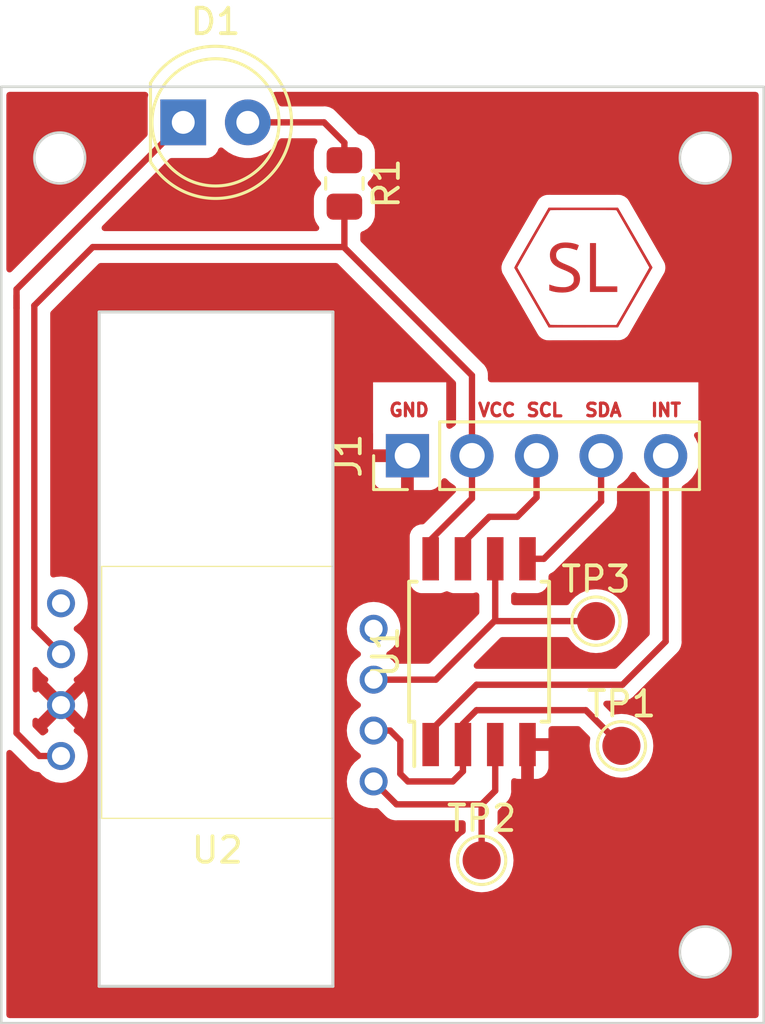
<source format=kicad_pcb>
(kicad_pcb (version 20221018) (generator pcbnew)
  (layers (0 "F.Cu" signal) (31 "B.Cu" signal) (34 "B.Paste" user) (35 "F.Paste" user) (36 "B.SilkS" user "B.Silkscreen") (37 "F.SilkS" user "F.Silkscreen") (38 "B.Mask" user) (39 "F.Mask" user) (44 "Edge.Cuts" user))
  (net 0 "")
  (net 1 "/I2C_SCL")
  (net 2 "+3V3")
  (net 3 "GND")
  (net 4 "/Motion_Ready")
  (net 5 "/I2C_SDA")
  (net 6 "/Sensor_SDIO")
  (net 7 "/Sensor_SCLK")
  (net 8 "/Sensor_MOTSWK")
  (net 11 "/Sensor_LED")
  (net 12 "Net-(D1-A)")
  (footprint "Custom_Sensors:FCT-3065" (layer "F.Cu") (at 122.9 84.6)
    (fp_text reference "U2" (at 0 6.2 unlocked) (layer "F.SilkS"))
    (fp_text value "~")
    (fp_line (start -4.55 -4.95) (end -4.55 4.95) (stroke (width 0.05)) (layer "F.SilkS"))
    (fp_line (start -4.55 -4.95) (end 4.55 -4.95) (stroke (width 0.05)) (layer "F.SilkS"))
    (fp_line (start -4.55 4.95) (end 4.55 4.95) (stroke (width 0.05)) (layer "F.SilkS"))
    (fp_line (start 4.55 4.95) (end 4.55 -4.95) (stroke (width 0.05)) (layer "F.SilkS"))
    (fp_line (start -4.65 -14.95) (end -4.65 11.55) (stroke (width 0.12)) (layer "Edge.Cuts"))
    (fp_line (start 4.55 -14.95) (end -4.65 -14.95) (stroke (width 0.12)) (layer "Edge.Cuts"))
    (fp_line (start 4.55 11.55) (end -4.65 11.55) (stroke (width 0.12)) (layer "Edge.Cuts"))
    (fp_line (start 4.55 11.55) (end 4.55 -14.95) (stroke (width 0.12)) (layer "Edge.Cuts"))
    (pad "1" thru_hole circle (at 6.15 -2.5) (size 1.1 1.1) (drill 0.711) (layers "*.Cu" "*.Mask"))
    (pad "2" thru_hole circle (at 6.15 -0.5) (size 1.1 1.1) (drill 0.711) (layers "*.Cu" "*.Mask") (net 8 "/Sensor_MOTSWK"))
    (pad "3" thru_hole circle (at 6.15 1.5) (size 1.1 1.1) (drill 0.711) (layers "*.Cu" "*.Mask") (net 6 "/Sensor_SDIO"))
    (pad "4" thru_hole circle (at 6.15 3.5) (size 1.1 1.1) (drill 0.711) (layers "*.Cu" "*.Mask") (net 7 "/Sensor_SCLK"))
    (pad "5" thru_hole circle (at -6.15 2.5) (size 1.1 1.1) (drill 0.711) (layers "*.Cu" "*.Mask") (net 11 "/Sensor_LED"))
    (pad "6" thru_hole circle (at -6.15 0.5) (size 1.1 1.1) (drill 0.711) (layers "*.Cu" "*.Mask") (net 3 "GND"))
    (pad "7" thru_hole circle (at -6.15 -1.5) (size 1.1 1.1) (drill 0.711) (layers "*.Cu" "*.Mask") (net 2 "+3V3"))
    (pad "8" thru_hole circle (at -6.15 -3.5) (size 1.1 1.1) (drill 0.711) (layers "*.Cu" "*.Mask"))
  )
  (footprint "Connector_PinHeader_2.54mm:PinHeader_1x05_P2.54mm_Vertical" (layer "F.Cu") (at 130.38 75.3 90)
    (fp_text reference "J1" (at 0 -2.33 90) (layer "F.SilkS"))
    (fp_text value "Conn_01x05_Pin")
    (fp_line (start -1.33 -1.33) (end 0 -1.33) (stroke (width 0.12)) (layer "F.SilkS"))
    (fp_line (start -1.33 0) (end -1.33 -1.33) (stroke (width 0.12)) (layer "F.SilkS"))
    (fp_line (start -1.33 1.27) (end -1.33 11.49) (stroke (width 0.12)) (layer "F.SilkS"))
    (fp_line (start -1.33 1.27) (end 1.33 1.27) (stroke (width 0.12)) (layer "F.SilkS"))
    (fp_line (start -1.33 11.49) (end 1.33 11.49) (stroke (width 0.12)) (layer "F.SilkS"))
    (fp_line (start 1.33 1.27) (end 1.33 11.49) (stroke (width 0.12)) (layer "F.SilkS"))
    (pad "1" thru_hole rect (at 0 0 90) (size 1.7 1.7) (drill 1) (layers "*.Cu" "*.Mask") (net 3 "GND"))
    (pad "2" thru_hole oval (at 0 2.54 90) (size 1.7 1.7) (drill 1) (layers "*.Cu" "*.Mask") (net 2 "+3V3"))
    (pad "3" thru_hole oval (at 0 5.08 90) (size 1.7 1.7) (drill 1) (layers "*.Cu" "*.Mask") (net 1 "/I2C_SCL"))
    (pad "4" thru_hole oval (at 0 7.62 90) (size 1.7 1.7) (drill 1) (layers "*.Cu" "*.Mask") (net 5 "/I2C_SDA"))
    (pad "5" thru_hole oval (at 0 10.16 90) (size 1.7 1.7) (drill 1) (layers "*.Cu" "*.Mask") (net 4 "/Motion_Ready"))
  )
  (footprint "Logos:Stolij-Logo" (layer "F.Cu") (at 137.3 67.9)
    (fp_text reference "G***" hide)
    (fp_text value "LOGO" hide)
    (fp_poly (pts (xy 0.499534 0.745315) (xy 1.337733 0.745315) (xy 1.337733 0.965522) (xy 0.262467 0.965522) (xy 0.262467 -0.957053) (xy 0.499534 -0.957053)) (fill solid) (layer "F.Cu"))
    (fp_poly (pts (xy -0.620532 -0.978491) (xy -0.517929 -0.96899) (xy -0.417587 -0.952246) (xy -0.3937 -0.947021) (xy -0.349811 -0.935969) (xy -0.305309 -0.923101) (xy -0.263198 -0.909481) (xy -0.226483 -0.896178) (xy -0.198167 -0.884258) (xy -0.181256 -0.874786) (xy -0.1778 -0.870379) (xy -0.180713 -0.855445) (xy -0.188489 -0.830538) (xy -0.199686 -0.799247) (xy -0.212863 -0.76516) (xy -0.226575 -0.731864) (xy -0.239381 -0.702948) (xy -0.249838 -0.681998) (xy -0.256504 -0.672604) (xy -0.257371 -0.672464) (xy -0.284063 -0.682519) (xy -0.322318 -0.695367) (xy -0.367308 -0.709544) (xy -0.414208 -0.723587) (xy -0.458191 -0.736033) (xy -0.494428 -0.745418) (xy -0.508321 -0.748544) (xy -0.592428 -0.761946) (xy -0.675701 -0.767945) (xy -0.754843 -0.766661) (xy -0.826554 -0.758217) (xy -0.887534 -0.742735) (xy -0.910116 -0.733724) (xy -0.970093 -0.697945) (xy -1.016634 -0.652237) (xy -1.049184 -0.597667) (xy -1.067188 -0.535303) (xy -1.070092 -0.466209) (xy -1.066347 -0.433343) (xy -1.053973 -0.379766) (xy -1.033968 -0.335995) (xy -1.002943 -0.295437) (xy -0.98684 -0.278788) (xy -0.961815 -0.256745) (xy -0.930976 -0.234745) (xy -0.892569 -0.211874) (xy -0.844837 -0.187215) (xy -0.786025 -0.159853) (xy -0.714377 -0.128872) (xy -0.642243 -0.099079) (xy -0.536222 -0.053916) (xy -0.445648 -0.010545) (xy -0.369281 0.032113) (xy -0.305879 0.075138) (xy -0.254201 0.119607) (xy -0.213007 0.166602) (xy -0.181056 0.2172) (xy -0.157107 0.272481) (xy -0.139919 0.333525) (xy -0.138779 0.338779) (xy -0.128617 0.420185) (xy -0.130994 0.504611) (xy -0.1452 0.587762) (xy -0.170523 0.665343) (xy -0.203366 0.728635) (xy -0.236394 0.7714) (xy -0.280221 0.815784) (xy -0.32984 0.857326) (xy -0.380245 0.891565) (xy -0.396319 0.900565) (xy -0.484411 0.938349) (xy -0.584925 0.965939) (xy -0.696639 0.983168) (xy -0.81833 0.989872) (xy -0.948773 0.985883) (xy -0.996937 0.981867) (xy -1.098361 0.967946) (xy -1.199031 0.946506) (xy -1.272116 0.925485) (xy -1.337733 0.903991) (xy -1.337733 0.67156) (xy -1.242483 0.703801) (xy -1.147381 0.733213) (xy -1.05906 0.75405) (xy -0.970526 0.767591) (xy -0.874788 0.775119) (xy -0.846667 0.77629) (xy -0.787142 0.777807) (xy -0.740455 0.777516) (xy -0.702587 0.775236) (xy -0.66952 0.770786) (xy -0.65273 0.767519) (xy -0.571323 0.743703) (xy -0.502888 0.709868) (xy -0.447807 0.666272) (xy -0.406465 0.613174) (xy -0.396337 0.594497) (xy -0.387129 0.573311) (xy -0.381306 0.551836) (xy -0.378147 0.525316) (xy -0.376931 0.488998) (xy -0.376826 0.465822) (xy -0.377277 0.424167) (xy -0.379118 0.394622) (xy -0.383185 0.372366) (xy -0.39031 0.352578) (xy -0.399708 0.3335) (xy -0.420109 0.301977) (xy -0.44645 0.270384) (xy -0.460365 0.256794) (xy -0.492918 0.232461) (xy -0.538518 0.204544) (xy -0.594082 0.174619) (xy -0.656529 0.144265) (xy -0.722777 0.115057) (xy -0.7874 0.089446) (xy -0.901757 0.043417) (xy -1.000065 -0.003777) (xy -1.083203 -0.053003) (xy -1.152053 -0.105126) (xy -1.207495 -0.161011) (xy -1.25041 -0.221524) (xy -1.281678 -0.28753) (xy -1.302182 -0.359895) (xy -1.311683 -0.425726) (xy -1.314283 -0.518663) (xy -1.30392 -0.601868) (xy -1.280197 -0.676961) (xy -1.24272 -0.745561) (xy -1.228874 -0.764934) (xy -1.172821 -0.825784) (xy -1.103655 -0.878359) (xy -1.023749 -0.921243) (xy -0.935473 -0.953018) (xy -0.898631 -0.962239) (xy -0.815211 -0.975246) (xy -0.721069 -0.98062)) (fill solid) (layer "F.Cu"))
    (fp_poly (pts (xy 2.029464 -1.202668) (xy 2.104094 -1.073613) (xy 2.176566 -0.948255) (xy 2.246411 -0.827407) (xy 2.313162 -0.711881) (xy 2.376349 -0.60249) (xy 2.435503 -0.500046) (xy 2.490156 -0.405361) (xy 2.539839 -0.319248) (xy 2.584083 -0.242518) (xy 2.62242 -0.175985) (xy 2.65438 -0.12046) (xy 2.679496 -0.076755) (xy 2.697299 -0.045684) (xy 2.707319 -0.028058) (xy 2.709255 -0.024557) (xy 2.72532 0.005937) (xy 2.045532 1.182345) (xy 1.365745 2.358753) (xy -1.362549 2.363039) (xy -1.408405 2.28467) (xy -1.419785 2.265126) (xy -1.438642 2.232625) (xy -1.464412 2.188142) (xy -1.496532 2.132652) (xy -1.534438 2.067131) (xy -1.577568 1.992555) (xy -1.625356 1.909899) (xy -1.677241 1.820138) (xy -1.732659 1.724249) (xy -1.791047 1.623206) (xy -1.851841 1.517985) (xy -1.914477 1.409562) (xy -1.978393 1.298912) (xy -2.043024 1.18701) (xy -2.107809 1.074833) (xy -2.172183 0.963356) (xy -2.235582 0.853554) (xy -2.297445 0.746402) (xy -2.357206 0.642877) (xy -2.414303 0.543954) (xy -2.468173 0.450608) (xy -2.518251 0.363815) (xy -2.563976 0.28455) (xy -2.604783 0.213789) (xy -2.640108 0.152507) (xy -2.669389 0.10168) (xy -2.692063 0.062284) (xy -2.707565 0.035293) (xy -2.715333 0.021684) (xy -2.716088 0.020324) (xy -2.716592 0.016697) (xy -2.715257 0.010295) (xy -2.713073 0.004234) (xy -2.594595 0.004234) (xy -2.590444 0.012972) (xy -2.578368 0.035389) (xy -2.558928 0.070507) (xy -2.532686 0.117349) (xy -2.500205 0.174937) (xy -2.462047 0.242293) (xy -2.418774 0.318439) (xy -2.370949 0.402397) (xy -2.319134 0.49319) (xy -2.263891 0.589839) (xy -2.205782 0.691367) (xy -2.145369 0.796796) (xy -2.083215 0.905149) (xy -2.019882 1.015446) (xy -1.955932 1.126711) (xy -1.891928 1.237966) (xy -1.828431 1.348233) (xy -1.766004 1.456533) (xy -1.70521 1.56189) (xy -1.64661 1.663325) (xy -1.590766 1.759861) (xy -1.538241 1.850519) (xy -1.489597 1.934322) (xy -1.445397 2.010292) (xy -1.406202 2.077451) (xy -1.372575 2.134821) (xy -1.345079 2.181425) (xy -1.324274 2.216285) (xy -1.310724 2.238422) (xy -1.305308 2.246532) (xy -1.302967 2.248517) (xy -1.298934 2.250318) (xy -1.292414 2.251942) (xy -1.282612 2.2534) (xy -1.268733 2.254699) (xy -1.249983 2.255849) (xy -1.225567 2.256859) (xy -1.194689 2.257738) (xy -1.156556 2.258496) (xy -1.110372 2.25914) (xy -1.055342 2.25968) (xy -0.990672 2.260125) (xy -0.915566 2.260485) (xy -0.829231 2.260767) (xy -0.73087 2.260982) (xy -0.61969 2.261138) (xy -0.494895 2.261244) (xy -0.355691 2.261309) (xy -0.201283 2.261343) (xy -0.030875 2.261353) (xy 1.294247 2.261353) (xy 1.310534 2.238062) (xy 1.319241 2.224327) (xy 1.335549 2.197269) (xy 1.358897 2.157866) (xy 1.388721 2.107098) (xy 1.424459 2.045943) (xy 1.465547 1.975381) (xy 1.511424 1.896389) (xy 1.561527 1.809949) (xy 1.615292 1.717037) (xy 1.672157 1.618634) (xy 1.73156 1.515718) (xy 1.792937 1.409268) (xy 1.855725 1.300263) (xy 1.919363 1.189683) (xy 1.983288 1.078505) (xy 2.046936 0.96771) (xy 2.109745 0.858275) (xy 2.171152 0.751181) (xy 2.230594 0.647405) (xy 2.287509 0.547927) (xy 2.341334 0.453726) (xy 2.391507 0.365781) (xy 2.437464 0.285071) (xy 2.478642 0.212574) (xy 2.51448 0.14927) (xy 2.544414 0.096138) (xy 2.567881 0.054156) (xy 2.58432 0.024304) (xy 2.593166 0.00756) (xy 2.594597 0.004234) (xy 2.590446 -0.004503) (xy 2.578369 -0.02692) (xy 2.558929 -0.062038) (xy 2.532687 -0.108881) (xy 2.500206 -0.166468) (xy 2.462048 -0.233824) (xy 2.418775 -0.30997) (xy 2.37095 -0.393929) (xy 2.319135 -0.484721) (xy 2.263891 -0.581371) (xy 2.205782 -0.682899) (xy 2.145369 -0.788328) (xy 2.083215 -0.89668) (xy 2.019882 -1.006978) (xy 1.955932 -1.118243) (xy 1.891928 -1.229498) (xy 1.828431 -1.339765) (xy 1.766004 -1.448065) (xy 1.70521 -1.553422) (xy 1.646609 -1.654857) (xy 1.590766 -1.751392) (xy 1.538241 -1.842051) (xy 1.489597 -1.925853) (xy 1.445397 -2.001823) (xy 1.406202 -2.068982) (xy 1.372575 -2.126353) (xy 1.345079 -2.172956) (xy 1.324274 -2.207816) (xy 1.310724 -2.229953) (xy 1.305308 -2.238063) (xy 1.302967 -2.240049) (xy 1.298933 -2.24185) (xy 1.292412 -2.243475) (xy 1.282608 -2.244932) (xy 1.268726 -2.246232) (xy 1.249972 -2.247382) (xy 1.22555 -2.248392) (xy 1.194666 -2.249272) (xy 1.156524 -2.250029) (xy 1.110329 -2.250673) (xy 1.055285 -2.251213) (xy 0.990599 -2.251658) (xy 0.915475 -2.252017) (xy 0.829118 -2.2523) (xy 0.730733 -2.252514) (xy 0.619524 -2.25267) (xy 0.494698 -2.252776) (xy 0.355458 -2.252841) (xy 0.201009 -2.252874) (xy 0.030558 -2.252884) (xy 0 -2.252885) (xy -0.173245 -2.252877) (xy -0.330353 -2.252848) (xy -0.472117 -2.252789) (xy -0.599333 -2.252691) (xy -0.712796 -2.252544) (xy -0.813301 -2.25234) (xy -0.901643 -2.25207) (xy -0.978617 -2.251725) (xy -1.045019 -2.251295) (xy -1.101643 -2.250771) (xy -1.149284 -2.250145) (xy -1.188738 -2.249408) (xy -1.2208 -2.24855) (xy -1.246264 -2.247563) (xy -1.265926 -2.246437) (xy -1.280581 -2.245163) (xy -1.291023 -2.243733) (xy -1.298049 -2.242137) (xy -1.302453 -2.240367) (xy -1.305029 -2.238413) (xy -1.305342 -2.238063) (xy -1.312213 -2.227635) (xy -1.326822 -2.203645) (xy -1.348606 -2.16707) (xy -1.377002 -2.118889) (xy -1.411449 -2.060079) (xy -1.451385 -1.991617) (xy -1.496246 -1.914483) (xy -1.545472 -1.829653) (xy -1.598499 -1.738106) (xy -1.654765 -1.64082) (xy -1.713709 -1.538771) (xy -1.774767 -1.432939) (xy -1.837378 -1.324301) (xy -1.900979 -1.213835) (xy -1.965009 -1.102519) (xy -2.028905 -0.99133) (xy -2.092104 -0.881247) (xy -2.154044 -0.773247) (xy -2.214164 -0.668308) (xy -2.271901 -0.567409) (xy -2.326693 -0.471526) (xy -2.377977 -0.381638) (xy -2.425191 -0.298723) (xy -2.467773 -0.223758) (xy -2.505161 -0.157721) (xy -2.536793 -0.101591) (xy -2.562106 -0.056345) (xy -2.580538 -0.022961) (xy -2.591526 -0.002417) (xy -2.594595 0.004234) (xy -2.713073 0.004234) (xy -2.711714 0.000462) (xy -2.705596 -0.01346) (xy -2.696532 -0.032127) (xy -2.684156 -0.056193) (xy -2.668098 -0.086317) (xy -2.64799 -0.123153) (xy -2.623464 -0.167359) (xy -2.594152 -0.219589) (xy -2.559684 -0.280502) (xy -2.519692 -0.350752) (xy -2.473809 -0.430996) (xy -2.421665 -0.521891) (xy -2.362892 -0.624092) (xy -2.297121 -0.738255) (xy -2.223985 -0.865038) (xy -2.143115 -1.005095) (xy -2.054141 -1.159084) (xy -2.045594 -1.173874) (xy -1.365682 -2.350284) (xy 1.365738 -2.350284)) (fill solid) (layer "F.Cu"))
  )
  (footprint "Package_SO:SOIC-8W_5.3x5.3mm_P1.27mm" (layer "F.Cu") (at 133.2 83 90)
    (fp_text reference "U1" (at 0 -3.68 90) (layer "F.SilkS"))
    (fp_text value "ATtiny85-20S")
    (fp_line (start -2.75 -2.755) (end -2.75 -2.55) (stroke (width 0.15)) (layer "F.SilkS"))
    (fp_line (start -2.75 -2.755) (end 2.75 -2.755) (stroke (width 0.15)) (layer "F.SilkS"))
    (fp_line (start -2.75 -2.55) (end -4.5 -2.55) (stroke (width 0.15)) (layer "F.SilkS"))
    (fp_line (start -2.75 2.755) (end -2.75 2.455) (stroke (width 0.15)) (layer "F.SilkS"))
    (fp_line (start -2.75 2.755) (end 2.75 2.755) (stroke (width 0.15)) (layer "F.SilkS"))
    (fp_line (start 2.75 -2.755) (end 2.75 -2.455) (stroke (width 0.15)) (layer "F.SilkS"))
    (fp_line (start 2.75 2.755) (end 2.75 2.455) (stroke (width 0.15)) (layer "F.SilkS"))
    (pad "1" smd rect (at -3.65 -1.905 90) (size 1.7 0.65) (layers "F.Cu" "F.Paste" "F.Mask") (net 4 "/Motion_Ready"))
    (pad "2" smd rect (at -3.65 -0.635 90) (size 1.7 0.65) (layers "F.Cu" "F.Paste" "F.Mask") (net 6 "/Sensor_SDIO"))
    (pad "3" smd rect (at -3.65 0.635 90) (size 1.7 0.65) (layers "F.Cu" "F.Paste" "F.Mask") (net 7 "/Sensor_SCLK"))
    (pad "4" smd rect (at -3.65 1.905 90) (size 1.7 0.65) (layers "F.Cu" "F.Paste" "F.Mask") (net 3 "GND"))
    (pad "5" smd rect (at 3.65 1.905 90) (size 1.7 0.65) (layers "F.Cu" "F.Paste" "F.Mask") (net 5 "/I2C_SDA"))
    (pad "6" smd rect (at 3.65 0.635 90) (size 1.7 0.65) (layers "F.Cu" "F.Paste" "F.Mask") (net 8 "/Sensor_MOTSWK"))
    (pad "7" smd rect (at 3.65 -0.635 90) (size 1.7 0.65) (layers "F.Cu" "F.Paste" "F.Mask") (net 1 "/I2C_SCL"))
    (pad "8" smd rect (at 3.65 -1.905 90) (size 1.7 0.65) (layers "F.Cu" "F.Paste" "F.Mask") (net 2 "+3V3"))
  )
  (footprint "Resistor_SMD:R_0805_2012Metric" (layer "F.Cu") (at 127.9 64.6 -90)
    (fp_text reference "R1" (at 0 -1.65 90) (layer "F.SilkS"))
    (fp_text value "68")
    (fp_line (start -0.227064 -0.735) (end 0.227064 -0.735) (stroke (width 0.12)) (layer "F.SilkS"))
    (fp_line (start -0.227064 0.735) (end 0.227064 0.735) (stroke (width 0.12)) (layer "F.SilkS"))
    (pad "1" smd roundrect (at -0.9125 0 270) (size 1.025 1.4) (layers "F.Cu" "F.Paste" "F.Mask") (roundrect_rratio 0.243902) (net 12 "Net-(D1-A)"))
    (pad "2" smd roundrect (at 0.9125 0 270) (size 1.025 1.4) (layers "F.Cu" "F.Paste" "F.Mask") (roundrect_rratio 0.243902) (net 2 "+3V3"))
  )
  (footprint "TestPoint:TestPoint_Pad_D1.5mm" (layer "F.Cu") (at 137.8 81.8)
    (fp_text reference "TP3" (at 0 -1.648) (layer "F.SilkS"))
    (fp_text value "SCLK")
    (fp_circle (center 0 0) (end 0 0.95) (stroke (width 0.12)) (fill none) (layer "F.SilkS"))
    (pad "1" smd circle (at 0 0) (size 1.5 1.5) (layers "F.Cu" "F.Mask") (net 8 "/Sensor_MOTSWK"))
  )
  (footprint "TestPoint:TestPoint_Pad_D1.5mm" (layer "F.Cu") (at 133.3 91.2)
    (fp_text reference "TP2" (at 0 -1.648) (layer "F.SilkS"))
    (fp_text value "SCLK")
    (fp_circle (center 0 0) (end 0 0.95) (stroke (width 0.12)) (fill none) (layer "F.SilkS"))
    (pad "1" smd circle (at 0 0) (size 1.5 1.5) (layers "F.Cu" "F.Mask") (net 7 "/Sensor_SCLK"))
  )
  (footprint "LED_THT:LED_D5.0mm" (layer "F.Cu") (at 121.56 62.2)
    (fp_text reference "D1" (at 1.27 -3.96) (layer "F.SilkS"))
    (fp_text value "LED")
    (fp_line (start -1.29 -1.545) (end -1.29 1.545) (stroke (width 0.12)) (layer "F.SilkS"))
    (fp_arc (start -1.29 -1.54483) (mid 2.072002 -2.880433) (end 4.26 0.000462) (stroke (width 0.12)) (layer "F.SilkS"))
    (fp_arc (start 4.26 -0.000462) (mid 2.072002 2.880433) (end -1.29 1.54483) (stroke (width 0.12)) (layer "F.SilkS"))
    (fp_circle (center 1.27 0) (end 3.77 0) (stroke (width 0.12)) (fill none) (layer "F.SilkS"))
    (pad "1" thru_hole rect (at 0 0) (size 1.8 1.8) (drill 0.9) (layers "*.Cu" "*.Mask") (net 11 "/Sensor_LED"))
    (pad "2" thru_hole circle (at 2.54 0) (size 1.8 1.8) (drill 0.9) (layers "*.Cu" "*.Mask") (net 12 "Net-(D1-A)"))
  )
  (footprint "TestPoint:TestPoint_Pad_D1.5mm" (layer "F.Cu") (at 138.8 86.7)
    (fp_text reference "TP1" (at 0 -1.648) (layer "F.SilkS"))
    (fp_text value "SDIO")
    (fp_circle (center 0 0) (end 0 0.95) (stroke (width 0.12)) (fill none) (layer "F.SilkS"))
    (pad "1" smd circle (at 0 0) (size 1.5 1.5) (layers "F.Cu" "F.Mask") (net 6 "/Sensor_SDIO"))
  )
  (gr_rect (start 114.4 60.8) (end 144.4 97.6) (stroke (width 0.1)) (fill none) (layer "Edge.Cuts"))
  (gr_circle (center 142.1 94.8) (end 143.1 94.8) (stroke (width 0.1)) (fill none) (layer "Edge.Cuts"))
  (gr_circle (center 142.1 63.6) (end 143.1 63.6) (stroke (width 0.1)) (fill none) (layer "Edge.Cuts"))
  (gr_circle (center 116.7 63.6) (end 117.7 63.6) (stroke (width 0.1)) (fill none) (layer "Edge.Cuts"))
  (gr_text "GND" (at 129.6 73.8) (layer "F.Cu") (effects (font (size 0.5 0.5) (thickness 0.125) bold) (justify left bottom)))
  (gr_text "VCC" (at 133.1 73.8) (layer "F.Cu") (effects (font (size 0.5 0.5) (thickness 0.125) bold) (justify left bottom)))
  (gr_text "INT" (at 139.9 73.8) (layer "F.Cu") (effects (font (size 0.5 0.5) (thickness 0.125) bold) (justify left bottom)))
  (gr_text "SCL" (at 135 73.8) (layer "F.Cu") (effects (font (size 0.5 0.5) (thickness 0.125) bold) (justify left bottom)))
  (gr_text "SDA" (at 137.3 73.8) (layer "F.Cu") (effects (font (size 0.5 0.5) (thickness 0.125) bold) (justify left bottom)))
  (segment (start 132.565 79.35) (end 132.565 78.735) (width 0.25) (layer "F.Cu") (net 1))
  (segment (start 133.6 77.7) (end 134.7 77.7) (width 0.25) (layer "F.Cu") (net 1))
  (segment (start 132.565 78.735) (end 133.6 77.7) (width 0.25) (layer "F.Cu") (net 1))
  (segment (start 135.46 76.94) (end 135.46 75.3) (width 0.25) (layer "F.Cu") (net 1))
  (segment (start 134.7 77.7) (end 135.46 76.94) (width 0.25) (layer "F.Cu") (net 1))
  (segment (start 132.92 76.98) (end 132.92 75.3) (width 0.25) (layer "F.Cu") (net 2))
  (segment (start 116.75 83.1) (end 115.7 82.05) (width 0.25) (layer "F.Cu") (net 2))
  (segment (start 127.9 67.125) (end 132.92 72.145) (width 0.25) (layer "F.Cu") (net 2))
  (segment (start 115.7 69.4) (end 118 67.1) (width 0.25) (layer "F.Cu") (net 2))
  (segment (start 131.295 78.605) (end 132.92 76.98) (width 0.25) (layer "F.Cu") (net 2))
  (segment (start 115.7 82.05) (end 115.7 69.4) (width 0.25) (layer "F.Cu") (net 2))
  (segment (start 127.9 65.5125) (end 127.9 67.1) (width 0.25) (layer "F.Cu") (net 2))
  (segment (start 118 67.1) (end 127.9 67.1) (width 0.25) (layer "F.Cu") (net 2))
  (segment (start 131.295 79.35) (end 131.295 78.605) (width 0.25) (layer "F.Cu") (net 2))
  (segment (start 132.92 75.3) (end 132.92 72.145) (width 0.25) (layer "F.Cu") (net 2))
  (segment (start 135.105 86.65) (end 135.105 86.905) (width 0.25) (layer "F.Cu") (net 3))
  (segment (start 140.54 75.3) (end 140.54 82.6) (width 0.25) (layer "F.Cu") (net 4))
  (segment (start 133.1 84.3) (end 131.295 86.105) (width 0.25) (layer "F.Cu") (net 4))
  (segment (start 138.84 84.3) (end 133.1 84.3) (width 0.25) (layer "F.Cu") (net 4))
  (segment (start 131.295 86.105) (end 131.295 86.65) (width 0.25) (layer "F.Cu") (net 4))
  (segment (start 140.54 82.6) (end 138.84 84.3) (width 0.25) (layer "F.Cu") (net 4))
  (segment (start 138 77.1) (end 138 75.3) (width 0.25) (layer "F.Cu") (net 5))
  (segment (start 135.75 79.35) (end 138 77.1) (width 0.25) (layer "F.Cu") (net 5))
  (segment (start 135.105 79.35) (end 135.75 79.35) (width 0.25) (layer "F.Cu") (net 5))
  (segment (start 132.565 85.835) (end 133.1 85.3) (width 0.25) (layer "F.Cu") (net 6))
  (segment (start 132.165 88.1) (end 132.565 87.7) (width 0.25) (layer "F.Cu") (net 6))
  (segment (start 130.4 88.1) (end 132.165 88.1) (width 0.25) (layer "F.Cu") (net 6))
  (segment (start 132.565 87.7) (end 132.565 86.65) (width 0.25) (layer "F.Cu") (net 6))
  (segment (start 132.565 86.65) (end 132.565 85.835) (width 0.25) (layer "F.Cu") (net 6))
  (segment (start 130.1 86.5) (end 130.1 87.8) (width 0.25) (layer "F.Cu") (net 6))
  (segment (start 129.7 86.1) (end 130.1 86.5) (width 0.25) (layer "F.Cu") (net 6))
  (segment (start 129.05 86.1) (end 129.7 86.1) (width 0.25) (layer "F.Cu") (net 6))
  (segment (start 130.1 87.8) (end 130.4 88.1) (width 0.25) (layer "F.Cu") (net 6))
  (segment (start 137.4 85.3) (end 138.8 86.7) (width 0.25) (layer "F.Cu") (net 6))
  (segment (start 133.1 85.3) (end 137.4 85.3) (width 0.25) (layer "F.Cu") (net 6))
  (segment (start 133.3 91.2) (end 133.3 89) (width 0.25) (layer "F.Cu") (net 7))
  (segment (start 133.3 89) (end 133.835 88.465) (width 0.25) (layer "F.Cu") (net 7))
  (segment (start 133.3 89) (end 129.95 89) (width 0.25) (layer "F.Cu") (net 7))
  (segment (start 129.95 89) (end 129.05 88.1) (width 0.25) (layer "F.Cu") (net 7))
  (segment (start 133.835 88.465) (end 133.835 86.65) (width 0.25) (layer "F.Cu") (net 7))
  (segment (start 131.5 84.1) (end 133.5 82.1) (width 0.25) (layer "F.Cu") (net 8))
  (segment (start 133.835 81.765) (end 133.835 79.35) (width 0.25) (layer "F.Cu") (net 8))
  (segment (start 133.8 81.8) (end 133.5 82.1) (width 0.25) (layer "F.Cu") (net 8))
  (segment (start 137.8 81.8) (end 133.8 81.8) (width 0.25) (layer "F.Cu") (net 8))
  (segment (start 129.05 84.1) (end 131.5 84.1) (width 0.25) (layer "F.Cu") (net 8))
  (segment (start 133.5 82.1) (end 133.835 81.765) (width 0.25) (layer "F.Cu") (net 8))
  (segment (start 116.75 87.1) (end 115.9 87.1) (width 0.25) (layer "F.Cu") (net 11))
  (segment (start 115 69.5) (end 115 69) (width 0.25) (layer "F.Cu") (net 11))
  (segment (start 121.5 62.5) (end 121.56 62.5) (width 0.25) (layer "F.Cu") (net 11))
  (segment (start 115 86.2) (end 115 69.5) (width 0.25) (layer "F.Cu") (net 11))
  (segment (start 121.56 62.2) (end 115 68.76) (width 0.25) (layer "F.Cu") (net 11))
  (segment (start 115 68.76) (end 115 69.5) (width 0.25) (layer "F.Cu") (net 11))
  (segment (start 115.9 87.1) (end 115 86.2) (width 0.25) (layer "F.Cu") (net 11))
  (segment (start 127.9 63.6875) (end 127.9 63) (width 0.25) (layer "F.Cu") (net 12))
  (segment (start 127.1 62.2) (end 124.1 62.2) (width 0.25) (layer "F.Cu") (net 12))
  (segment (start 127.9 63) (end 127.1 62.2) (width 0.25) (layer "F.Cu") (net 12))
  (zone (net 3) (net_name "GND") (layer "F.Cu") (connect_pads (clearance 0.5)) (min_thickness 0.25) (fill yes (thermal_gap 0.5) (thermal_bridge_width 0.5) (island_removal_mode 2) (island_area_min 10))
    (polygon (pts (xy 114.6 61) (xy 144.2 61) (xy 144.2 97.4) (xy 114.6 97.4)))
  )
)
</source>
